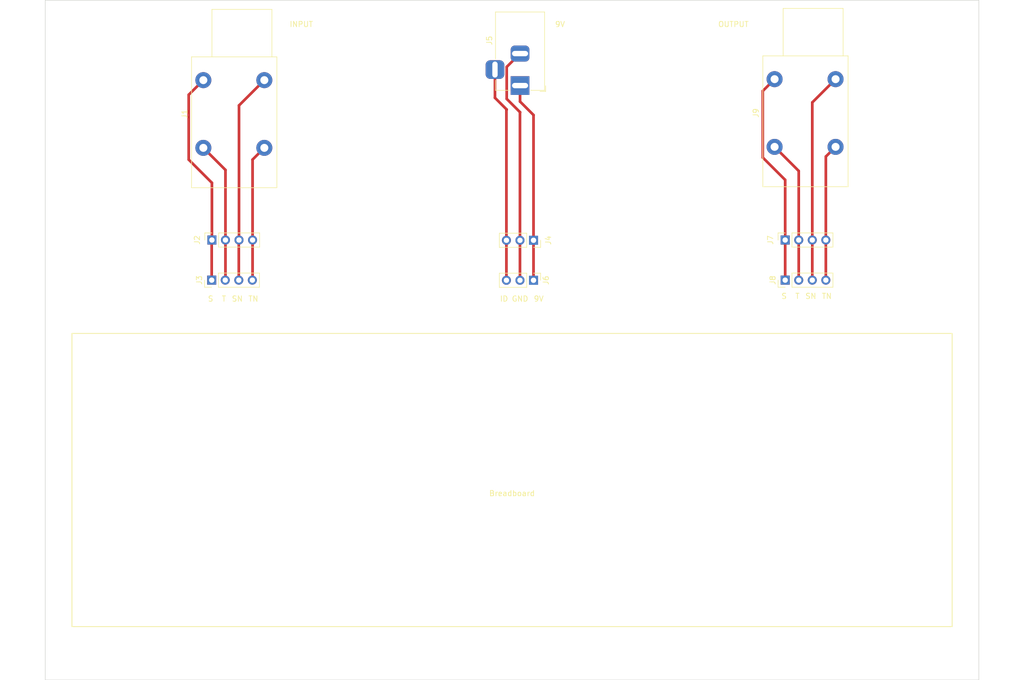
<source format=kicad_pcb>
(kicad_pcb (version 20211014) (generator pcbnew)
  (layers (0 "F.Cu" signal) (31 "B.Cu" signal) (34 "B.Paste" user) (35 "F.Paste" user) (36 "B.SilkS" user "B.Silkscreen") (37 "F.SilkS" user "F.Silkscreen") (38 "B.Mask" user) (39 "F.Mask" user) (44 "Edge.Cuts" user))
  (net 0 "")
  (net 1 "Net-(J1-PadS)")
  (net 2 "Net-(J1-PadSN)")
  (net 3 "Net-(J1-PadT)")
  (net 4 "Net-(J1-PadTN)")
  (net 5 "Net-(J4-Pad1)")
  (net 6 "Net-(J4-Pad2)")
  (net 7 "Net-(J4-Pad3)")
  (net 8 "Net-(J7-Pad1)")
  (net 9 "Net-(J7-Pad2)")
  (net 10 "Net-(J7-Pad3)")
  (net 11 "Net-(J7-Pad4)")
  (footprint "Connector_PinHeader_2.54mm:PinHeader_1x03_P2.54mm_Vertical" (layer "F.Cu") (at 149.025 82.525 -90)
    (fp_text reference "J6" (at 0 -2.33 90) (layer "F.SilkS"))
    (fp_text value "Conn_01x03_Male")
    (fp_line (start 1.33 1.27) (end 1.33 6.41) (layer "F.SilkS") (width 0.12))
    (fp_line (start -1.33 0) (end -1.33 -1.33) (layer "F.SilkS") (width 0.12))
    (fp_line (start -1.33 1.27) (end 1.33 1.27) (layer "F.SilkS") (width 0.12))
    (fp_line (start -1.33 1.27) (end -1.33 6.41) (layer "F.SilkS") (width 0.12))
    (fp_line (start -1.33 6.41) (end 1.33 6.41) (layer "F.SilkS") (width 0.12))
    (fp_line (start -1.33 -1.33) (end 0 -1.33) (layer "F.SilkS") (width 0.12))
    (pad "1" thru_hole rect (at 0 0 270) (size 1.7 1.7) (drill 1) (layers *.Cu *.Mask) (net 5 "Net-(J4-Pad1)"))
    (pad "2" thru_hole oval (at 0 2.54 270) (size 1.7 1.7) (drill 1) (layers *.Cu *.Mask) (net 6 "Net-(J4-Pad2)"))
    (pad "3" thru_hole oval (at 0 5.08 270) (size 1.7 1.7) (drill 1) (layers *.Cu *.Mask) (net 7 "Net-(J4-Pad3)"))
  )
  (footprint "MountingHole:MountingHole_3.2mm_M3_ISO14580" (layer "F.Cu") (at 227.5 152.5)
    (fp_text reference "REF**" hide)
    (fp_text value "MountingHole_3.2mm_M3_ISO14580")
    (pad "" np_thru_hole circle (at 0 0) (size 3.2 3.2) (drill 3.2) (layers *.Cu *.Mask))
  )
  (footprint "Connector_PinHeader_2.54mm:PinHeader_1x04_P2.54mm_Vertical" (layer "F.Cu") (at 196.2 82.5 90)
    (fp_text reference "J8" (at 0 -2.33 90) (layer "F.SilkS"))
    (fp_text value "Conn_01x04_Male")
    (fp_line (start -1.33 8.95) (end 1.33 8.95) (layer "F.SilkS") (width 0.12))
    (fp_line (start -1.33 1.27) (end 1.33 1.27) (layer "F.SilkS") (width 0.12))
    (fp_line (start -1.33 0) (end -1.33 -1.33) (layer "F.SilkS") (width 0.12))
    (fp_line (start -1.33 -1.33) (end 0 -1.33) (layer "F.SilkS") (width 0.12))
    (fp_line (start 1.33 1.27) (end 1.33 8.95) (layer "F.SilkS") (width 0.12))
    (fp_line (start -1.33 1.27) (end -1.33 8.95) (layer "F.SilkS") (width 0.12))
    (pad "1" thru_hole rect (at 0 0 90) (size 1.7 1.7) (drill 1) (layers *.Cu *.Mask) (net 8 "Net-(J7-Pad1)"))
    (pad "2" thru_hole oval (at 0 2.54 90) (size 1.7 1.7) (drill 1) (layers *.Cu *.Mask) (net 9 "Net-(J7-Pad2)"))
    (pad "3" thru_hole oval (at 0 5.08 90) (size 1.7 1.7) (drill 1) (layers *.Cu *.Mask) (net 10 "Net-(J7-Pad3)"))
    (pad "4" thru_hole oval (at 0 7.62 90) (size 1.7 1.7) (drill 1) (layers *.Cu *.Mask) (net 11 "Net-(J7-Pad4)"))
  )
  (footprint "Connector_PinSocket_2.54mm:PinSocket_1x04_P2.54mm_Vertical" (layer "F.Cu") (at 196.2 74.975 90)
    (fp_text reference "J7" (at 0 -2.77 90) (layer "F.SilkS"))
    (fp_text value "Conn_01x04_Female")
    (fp_line (start 0 -1.33) (end 1.33 -1.33) (layer "F.SilkS") (width 0.12))
    (fp_line (start 1.33 -1.33) (end 1.33 0) (layer "F.SilkS") (width 0.12))
    (fp_line (start -1.33 1.27) (end 1.33 1.27) (layer "F.SilkS") (width 0.12))
    (fp_line (start -1.33 8.95) (end 1.33 8.95) (layer "F.SilkS") (width 0.12))
    (fp_line (start -1.33 1.27) (end -1.33 8.95) (layer "F.SilkS") (width 0.12))
    (fp_line (start 1.33 1.27) (end 1.33 8.95) (layer "F.SilkS") (width 0.12))
    (pad "1" thru_hole rect (at 0 0 90) (size 1.7 1.7) (drill 1) (layers *.Cu *.Mask) (net 8 "Net-(J7-Pad1)"))
    (pad "2" thru_hole oval (at 0 2.54 90) (size 1.7 1.7) (drill 1) (layers *.Cu *.Mask) (net 9 "Net-(J7-Pad2)"))
    (pad "3" thru_hole oval (at 0 5.08 90) (size 1.7 1.7) (drill 1) (layers *.Cu *.Mask) (net 10 "Net-(J7-Pad3)"))
    (pad "4" thru_hole oval (at 0 7.62 90) (size 1.7 1.7) (drill 1) (layers *.Cu *.Mask) (net 11 "Net-(J7-Pad4)"))
  )
  (footprint "MountingHole:MountingHole_3.2mm_M3_ISO14580" (layer "F.Cu") (at 117.5 150)
    (fp_text reference "REF**" hide)
    (fp_text value "MountingHole_3.2mm_M3_ISO14580")
    (pad "" np_thru_hole circle (at 0 0) (size 3.2 3.2) (drill 3.2) (layers *.Cu *.Mask))
  )
  (footprint "Connector_Audio:Jack_6.35mm_Neutrik_NRJ4HF_Horizontal" (layer "F.Cu") (at 194.215 57.5 90)
    (fp_text reference "J9" (at 6.35 -3.5 90) (layer "F.SilkS"))
    (fp_text value "AudioJack2_Dual_Switch")
    (fp_line (start 17.07 -2.21) (end 17.07 13.78) (layer "F.SilkS") (width 0.12))
    (fp_line (start 25.97 12.85) (end 17.07 12.85) (layer "F.SilkS") (width 0.12))
    (fp_line (start 25.97 1.61) (end 17.07 1.61) (layer "F.SilkS") (width 0.12))
    (fp_line (start -7.47 -2.21) (end 17.07 -2.21) (layer "F.SilkS") (width 0.12))
    (fp_line (start -7.47 13.78) (end 17.07 13.78) (layer "F.SilkS") (width 0.12))
    (fp_line (start -7.47 13.78) (end -7.47 -2.21) (layer "F.SilkS") (width 0.12))
    (fp_line (start 25.97 12.85) (end 25.97 1.61) (layer "F.SilkS") (width 0.12))
    (pad "" np_thru_hole circle (at 3.15 2.13 90) (size 3 3) (drill 3) (layers *.Cu *.Mask))
    (pad "" np_thru_hole circle (at 9.5 0 90) (size 2 2) (drill 2) (layers *.Cu *.Mask))
    (pad "" np_thru_hole circle (at 9.5 11.43 90) (size 2 2) (drill 2) (layers *.Cu *.Mask))
    (pad "S" thru_hole circle (at 12.7 0 90) (size 3 3) (drill 1.5) (layers *.Cu *.Mask) (net 8 "Net-(J7-Pad1)"))
    (pad "SN" thru_hole circle (at 12.7 11.43 90) (size 3 3) (drill 1.5) (layers *.Cu *.Mask) (net 10 "Net-(J7-Pad3)"))
    (pad "T" thru_hole circle (at 0 0 90) (size 3 3) (drill 1.5) (layers *.Cu *.Mask) (net 9 "Net-(J7-Pad2)"))
    (pad "TN" thru_hole circle (at 0 11.43 90) (size 3 3) (drill 1.5) (layers *.Cu *.Mask) (net 11 "Net-(J7-Pad4)"))
  )
  (footprint "Connector_PinHeader_2.54mm:PinHeader_1x04_P2.54mm_Vertical" (layer "F.Cu") (at 88.7 82.5 90)
    (fp_text reference "J3" (at 0 -2.33 90) (layer "F.SilkS"))
    (fp_text value "Conn_01x04_Male")
    (fp_line (start -1.33 -1.33) (end 0 -1.33) (layer "F.SilkS") (width 0.12))
    (fp_line (start 1.33 1.27) (end 1.33 8.95) (layer "F.SilkS") (width 0.12))
    (fp_line (start -1.33 0) (end -1.33 -1.33) (layer "F.SilkS") (width 0.12))
    (fp_line (start -1.33 1.27) (end -1.33 8.95) (layer "F.SilkS") (width 0.12))
    (fp_line (start -1.33 8.95) (end 1.33 8.95) (layer "F.SilkS") (width 0.12))
    (fp_line (start -1.33 1.27) (end 1.33 1.27) (layer "F.SilkS") (width 0.12))
    (pad "1" thru_hole rect (at 0 0 90) (size 1.7 1.7) (drill 1) (layers *.Cu *.Mask) (net 1 "Net-(J1-PadS)"))
    (pad "2" thru_hole oval (at 0 2.54 90) (size 1.7 1.7) (drill 1) (layers *.Cu *.Mask) (net 3 "Net-(J1-PadT)"))
    (pad "3" thru_hole oval (at 0 5.08 90) (size 1.7 1.7) (drill 1) (layers *.Cu *.Mask) (net 2 "Net-(J1-PadSN)"))
    (pad "4" thru_hole oval (at 0 7.62 90) (size 1.7 1.7) (drill 1) (layers *.Cu *.Mask) (net 4 "Net-(J1-PadTN)"))
  )
  (footprint "MountingHole:MountingHole_3.2mm_M3_ISO14580" (layer "F.Cu") (at 117.5 90)
    (fp_text reference "REF**" hide)
    (fp_text value "MountingHole_3.2mm_M3_ISO14580")
    (pad "" np_thru_hole circle (at 0 0) (size 3.2 3.2) (drill 3.2) (layers *.Cu *.Mask))
  )
  (footprint "MountingHole:MountingHole_3.2mm_M3_ISO14580" (layer "F.Cu") (at 62.5 35)
    (fp_text reference "REF**" hide)
    (fp_text value "MountingHole_3.2mm_M3_ISO14580")
    (pad "" np_thru_hole circle (at 0 0) (size 3.2 3.2) (drill 3.2) (layers *.Cu *.Mask))
  )
  (footprint "Connector_PinSocket_2.54mm:PinSocket_1x03_P2.54mm_Vertical" (layer "F.Cu") (at 149.025 75.025 -90)
    (fp_text reference "J4" (at 0 -2.77 -90) (layer "F.SilkS"))
    (fp_text value "Conn_01x03_Female")
    (fp_line (start -1.33 1.27) (end -1.33 6.41) (layer "F.SilkS") (width 0.12))
    (fp_line (start 1.33 1.27) (end 1.33 6.41) (layer "F.SilkS") (width 0.12))
    (fp_line (start 0 -1.33) (end 1.33 -1.33) (layer "F.SilkS") (width 0.12))
    (fp_line (start 1.33 -1.33) (end 1.33 0) (layer "F.SilkS") (width 0.12))
    (fp_line (start -1.33 1.27) (end 1.33 1.27) (layer "F.SilkS") (width 0.12))
    (fp_line (start -1.33 6.41) (end 1.33 6.41) (layer "F.SilkS") (width 0.12))
    (pad "1" thru_hole rect (at 0 0 270) (size 1.7 1.7) (drill 1) (layers *.Cu *.Mask) (net 5 "Net-(J4-Pad1)"))
    (pad "2" thru_hole oval (at 0 2.54 270) (size 1.7 1.7) (drill 1) (layers *.Cu *.Mask) (net 6 "Net-(J4-Pad2)"))
    (pad "3" thru_hole oval (at 0 5.08 270) (size 1.7 1.7) (drill 1) (layers *.Cu *.Mask) (net 7 "Net-(J4-Pad3)"))
  )
  (footprint "Connector_BarrelJack:BarrelJack_Horizontal" (layer "F.Cu") (at 146.5 46 -90)
    (fp_text reference "J5" (at -8.45 5.75 90) (layer "F.SilkS"))
    (fp_text value "9V Supply")
    (fp_line (start 0.9 1.9) (end 0.9 4.6) (layer "F.SilkS") (width 0.12))
    (fp_line (start -13.8 -4.6) (end 0.9 -4.6) (layer "F.SilkS") (width 0.12))
    (fp_line (start -13.8 4.6) (end -13.8 -4.6) (layer "F.SilkS") (width 0.12))
    (fp_line (start -5 4.6) (end -13.8 4.6) (layer "F.SilkS") (width 0.12))
    (fp_line (start 0.9 4.6) (end -1 4.6) (layer "F.SilkS") (width 0.12))
    (fp_line (start 0.05 -4.8) (end 1.1 -4.8) (layer "F.SilkS") (width 0.12))
    (fp_line (start 0.9 -4.6) (end 0.9 -2) (layer "F.SilkS") (width 0.12))
    (fp_line (start 1.1 -3.75) (end 1.1 -4.8) (layer "F.SilkS") (width 0.12))
    (pad "1" thru_hole rect (at 0 0 270) (size 3.5 3.5) (drill oval 1 3) (layers *.Cu *.Mask) (net 5 "Net-(J4-Pad1)"))
    (pad "2" thru_hole roundrect (at -6 0 270) (size 3 3.5) (drill oval 1 3) (layers *.Cu *.Mask) (net 6 "Net-(J4-Pad2)"))
    (pad "3" thru_hole roundrect (at -3 4.7 270) (size 3.5 3.5) (drill oval 3 1) (layers *.Cu *.Mask) (net 7 "Net-(J4-Pad3)"))
  )
  (footprint "MountingHole:MountingHole_3.2mm_M3_ISO14580" (layer "F.Cu") (at 175 90)
    (fp_text reference "REF**" hide)
    (fp_text value "MountingHole_3.2mm_M3_ISO14580")
    (pad "" np_thru_hole circle (at 0 0) (size 3.2 3.2) (drill 3.2) (layers *.Cu *.Mask))
  )
  (footprint "Connector_Audio:Jack_6.35mm_Neutrik_NRJ4HF_Horizontal" (layer "F.Cu") (at 87.135 57.685 90)
    (fp_text reference "J1" (at 6.35 -3.5 90) (layer "F.SilkS"))
    (fp_text value "AudioJack2_Dual_Switch")
    (fp_line (start 17.07 -2.21) (end 17.07 13.78) (layer "F.SilkS") (width 0.12))
    (fp_line (start -7.47 13.78) (end -7.47 -2.21) (layer "F.SilkS") (width 0.12))
    (fp_line (start -7.47 13.78) (end 17.07 13.78) (layer "F.SilkS") (width 0.12))
    (fp_line (start -7.47 -2.21) (end 17.07 -2.21) (layer "F.SilkS") (width 0.12))
    (fp_line (start 25.97 1.61) (end 17.07 1.61) (layer "F.SilkS") (width 0.12))
    (fp_line (start 25.97 12.85) (end 17.07 12.85) (layer "F.SilkS") (width 0.12))
    (fp_line (start 25.97 12.85) (end 25.97 1.61) (layer "F.SilkS") (width 0.12))
    (pad "" np_thru_hole circle (at 3.15 2.13 90) (size 3 3) (drill 3) (layers *.Cu *.Mask))
    (pad "" np_thru_hole circle (at 9.5 11.43 90) (size 2 2) (drill 2) (layers *.Cu *.Mask))
    (pad "" np_thru_hole circle (at 9.5 0 90) (size 2 2) (drill 2) (layers *.Cu *.Mask))
    (pad "S" thru_hole circle (at 12.7 0 90) (size 3 3) (drill 1.5) (layers *.Cu *.Mask) (net 1 "Net-(J1-PadS)"))
    (pad "SN" thru_hole circle (at 12.7 11.43 90) (size 3 3) (drill 1.5) (layers *.Cu *.Mask) (net 2 "Net-(J1-PadSN)"))
    (pad "T" thru_hole circle (at 0 0 90) (size 3 3) (drill 1.5) (layers *.Cu *.Mask) (net 3 "Net-(J1-PadT)"))
    (pad "TN" thru_hole circle (at 0 11.43 90) (size 3 3) (drill 1.5) (layers *.Cu *.Mask) (net 4 "Net-(J1-PadTN)"))
  )
  (footprint "MountingHole:MountingHole_3.2mm_M3_ISO14580" (layer "F.Cu") (at 62.5 152.5)
    (fp_text reference "REF**" hide)
    (fp_text value "MountingHole_3.2mm_M3_ISO14580")
    (pad "" np_thru_hole circle (at 0 0) (size 3.2 3.2) (drill 3.2) (layers *.Cu *.Mask))
  )
  (footprint "Connector_PinSocket_2.54mm:PinSocket_1x04_P2.54mm_Vertical" (layer "F.Cu") (at 88.74 74.975 90)
    (fp_text reference "J2" (at 0 -2.77 90) (layer "F.SilkS"))
    (fp_text value "Conn_01x04_Female")
    (fp_line (start -1.33 1.27) (end 1.33 1.27) (layer "F.SilkS") (width 0.12))
    (fp_line (start 1.33 1.27) (end 1.33 8.95) (layer "F.SilkS") (width 0.12))
    (fp_line (start -1.33 1.27) (end -1.33 8.95) (layer "F.SilkS") (width 0.12))
    (fp_line (start -1.33 8.95) (end 1.33 8.95) (layer "F.SilkS") (width 0.12))
    (fp_line (start 1.33 -1.33) (end 1.33 0) (layer "F.SilkS") (width 0.12))
    (fp_line (start 0 -1.33) (end 1.33 -1.33) (layer "F.SilkS") (width 0.12))
    (pad "1" thru_hole rect (at 0 0 90) (size 1.7 1.7) (drill 1) (layers *.Cu *.Mask) (net 1 "Net-(J1-PadS)"))
    (pad "2" thru_hole oval (at 0 2.54 90) (size 1.7 1.7) (drill 1) (layers *.Cu *.Mask) (net 3 "Net-(J1-PadT)"))
    (pad "3" thru_hole oval (at 0 5.08 90) (size 1.7 1.7) (drill 1) (layers *.Cu *.Mask) (net 2 "Net-(J1-PadSN)"))
    (pad "4" thru_hole oval (at 0 7.62 90) (size 1.7 1.7) (drill 1) (layers *.Cu *.Mask) (net 4 "Net-(J1-PadTN)"))
  )
  (footprint "MountingHole:MountingHole_3.2mm_M3_ISO14580" (layer "F.Cu") (at 175 150)
    (fp_text reference "REF**" hide)
    (fp_text value "MountingHole_3.2mm_M3_ISO14580")
    (pad "" np_thru_hole circle (at 0 0) (size 3.2 3.2) (drill 3.2) (layers *.Cu *.Mask))
  )
  (footprint "MountingHole:MountingHole_3.2mm_M3_ISO14580" (layer "F.Cu") (at 227.5 35)
    (fp_text reference "REF**" hide)
    (fp_text value "MountingHole_3.2mm_M3_ISO14580")
    (pad "" np_thru_hole circle (at 0 0) (size 3.2 3.2) (drill 3.2) (layers *.Cu *.Mask))
  )
  (gr_rect (start 62.5 92.5) (end 227.5 147.5) (layer "F.SilkS") (width 0.15) (fill none))
  (gr_rect (start 57.5 30) (end 232.5 157.5) (layer "Edge.Cuts") (width 0.1) (fill none))
  (gr_text "9V" (at 154 34.5) (layer "F.SilkS") (effects (font (size 1 1))))
  (gr_text "S" (at 196 85.5) (layer "F.SilkS") (effects (font (size 1 1))))
  (gr_text "TN" (at 204 85.5) (layer "F.SilkS") (effects (font (size 1 1))))
  (gr_text "SN" (at 93.5 86) (layer "F.SilkS") (effects (font (size 1 1))))
  (gr_text "GND" (at 146.5 86) (layer "F.SilkS") (effects (font (size 1 1))))
  (gr_text "Breadboard\n" (at 145 122.5) (layer "F.SilkS") (effects (font (size 1 1))))
  (gr_text "OUTPUT" (at 186.5 34.5) (layer "F.SilkS") (effects (font (size 1 1))))
  (gr_text "T" (at 91 86) (layer "F.SilkS") (effects (font (size 1 1))))
  (gr_text "ID" (at 143.5 86) (layer "F.SilkS") (effects (font (size 1 1))))
  (gr_text "S" (at 88.5 86) (layer "F.SilkS") (effects (font (size 1 1))))
  (gr_text "9V\n" (at 150 86) (layer "F.SilkS") (effects (font (size 1 1))))
  (gr_text "T" (at 198.5 85.5) (layer "F.SilkS") (effects (font (size 1 1))))
  (gr_text "SN" (at 201 85.5) (layer "F.SilkS") (effects (font (size 1 1))))
  (gr_text "INPUT" (at 105.5 34.5) (layer "F.SilkS") (effects (font (size 1 1))))
  (gr_text "TN" (at 96.5 86) (layer "F.SilkS") (effects (font (size 1 1))))
  (segment (start 88.74 64.24) (end 88.74 74.975) (width 0.5) (layer "F.Cu") (net 1))
  (segment (start 88.74 82.46) (end 88.7 82.5) (width 0.5) (layer "F.Cu") (net 1))
  (segment (start 88.7 75.015) (end 88.74 74.975) (width 0.5) (layer "F.Cu") (net 1))
  (segment (start 87.135 44.985) (end 84.392358 47.727642) (width 0.5) (layer "F.Cu") (net 1))
  (segment (start 84.392358 47.727642) (end 84.392358 59.892358) (width 0.5) (layer "F.Cu") (net 1))
  (segment (start 84.392358 59.892358) (end 88.74 64.24) (width 0.5) (layer "F.Cu") (net 1))
  (segment (start 88.7 82.5) (end 88.7 75.015) (width 0.5) (layer "F.Cu") (net 1))
  (segment (start 93.78 75.015) (end 93.82 74.975) (width 0.5) (layer "F.Cu") (net 2))
  (segment (start 98.565 44.985) (end 93.82 49.73) (width 0.5) (layer "F.Cu") (net 2))
  (segment (start 93.82 82.46) (end 93.78 82.5) (width 0.5) (layer "F.Cu") (net 2))
  (segment (start 93.78 82.5) (end 93.78 75.015) (width 0.5) (layer "F.Cu") (net 2))
  (segment (start 93.82 49.73) (end 93.82 74.975) (width 0.5) (layer "F.Cu") (net 2))
  (segment (start 98.565 44.985) (end 98.329997 44.985) (width 0.5) (layer "F.Cu") (net 2))
  (segment (start 87.135 57.685) (end 91.28 61.83) (width 0.5) (layer "F.Cu") (net 3))
  (segment (start 91.24 75.015) (end 91.28 74.975) (width 0.5) (layer "F.Cu") (net 3))
  (segment (start 91.28 61.83) (end 91.28 74.975) (width 0.5) (layer "F.Cu") (net 3))
  (segment (start 91.28 74.975) (end 91.28 82.46) (width 0.5) (layer "F.Cu") (net 3))
  (segment (start 91.28 82.46) (end 91.24 82.5) (width 0.5) (layer "F.Cu") (net 3))
  (segment (start 98.565 57.685) (end 96.36 59.89) (width 0.5) (layer "F.Cu") (net 4))
  (segment (start 96.32 75.015) (end 96.36 74.975) (width 0.5) (layer "F.Cu") (net 4))
  (segment (start 96.36 74.975) (end 96.36 82.46) (width 0.5) (layer "F.Cu") (net 4))
  (segment (start 96.36 82.46) (end 96.32 82.5) (width 0.5) (layer "F.Cu") (net 4))
  (segment (start 96.36 59.89) (end 96.36 74.975) (width 0.5) (layer "F.Cu") (net 4))
  (segment (start 146.5 49) (end 149.025 51.525) (width 0.5) (layer "F.Cu") (net 5))
  (segment (start 149.025 75.025) (end 149.025 82.525) (width 0.5) (layer "F.Cu") (net 5))
  (segment (start 149.025 51.525) (end 149.025 75.025) (width 0.5) (layer "F.Cu") (net 5))
  (segment (start 146.5 46) (end 146.5 49) (width 0.5) (layer "F.Cu") (net 5))
  (segment (start 144 42.5) (end 144 48.5) (width 0.5) (layer "F.Cu") (net 6))
  (segment (start 146.5 51) (end 146.485 51.015) (width 0.5) (layer "F.Cu") (net 6))
  (segment (start 144 48.5) (end 146.5 51) (width 0.5) (layer "F.Cu") (net 6))
  (segment (start 146.485 51.015) (end 146.485 75.025) (width 0.5) (layer "F.Cu") (net 6))
  (segment (start 146.5 40) (end 144 42.5) (width 0.5) (layer "F.Cu") (net 6))
  (segment (start 146.485 82.525) (end 146.485 75.025) (width 0.5) (layer "F.Cu") (net 6))
  (segment (start 144 50.5) (end 143.945 50.555) (width 0.5) (layer "F.Cu") (net 7))
  (segment (start 141.8 43) (end 141.8 48.3) (width 0.5) (layer "F.Cu") (net 7))
  (segment (start 143.945 82.445) (end 144.025 82.525) (width 0.5) (layer "F.Cu") (net 7))
  (segment (start 143.945 75.025) (end 143.945 82.525) (width 0.5) (layer "F.Cu") (net 7))
  (segment (start 143.945 50.555) (end 143.945 75.025) (width 0.5) (layer "F.Cu") (net 7))
  (segment (start 141.8 43) (end 142.42 43.62) (width 0.5) (layer "F.Cu") (net 7))
  (segment (start 141.8 48.3) (end 144 50.5) (width 0.5) (layer "F.Cu") (net 7))
  (segment (start 192 59.5) (end 192 47.015) (width 0.5) (layer "F.Cu") (net 8))
  (segment (start 196.2 74.975) (end 196.2 63.7) (width 0.5) (layer "F.Cu") (net 8))
  (segment (start 196.2 63.7) (end 192 59.5) (width 0.5) (layer "F.Cu") (net 8))
  (segment (start 192 47.015) (end 194.215 44.8) (width 0.5) (layer "F.Cu") (net 8))
  (segment (start 196.2 75) (end 196.2 82.5) (width 0.5) (layer "F.Cu") (net 8))
  (segment (start 198.74 62.025) (end 194.215 57.5) (width 0.5) (layer "F.Cu") (net 9))
  (segment (start 198.74 82.5) (end 198.74 75) (width 0.5) (layer "F.Cu") (net 9))
  (segment (start 198.74 74.975) (end 198.74 62.025) (width 0.5) (layer "F.Cu") (net 9))
  (segment (start 201.28 74.975) (end 201.28 49.165) (width 0.5) (layer "F.Cu") (net 10))
  (segment (start 201.28 49.165) (end 205.645 44.8) (width 0.5) (layer "F.Cu") (net 10))
  (segment (start 201.28 75) (end 201.28 82.5) (width 0.5) (layer "F.Cu") (net 10))
  (segment (start 203.82 82.5) (end 203.82 75) (width 0.5) (layer "F.Cu") (net 11))
  (segment (start 205.645 57.5) (end 203.82 59.325) (width 0.5) (layer "F.Cu") (net 11))
  (segment (start 203.82 59.325) (end 203.82 74.975) (width 0.5) (layer "F.Cu") (net 11))
)
</source>
